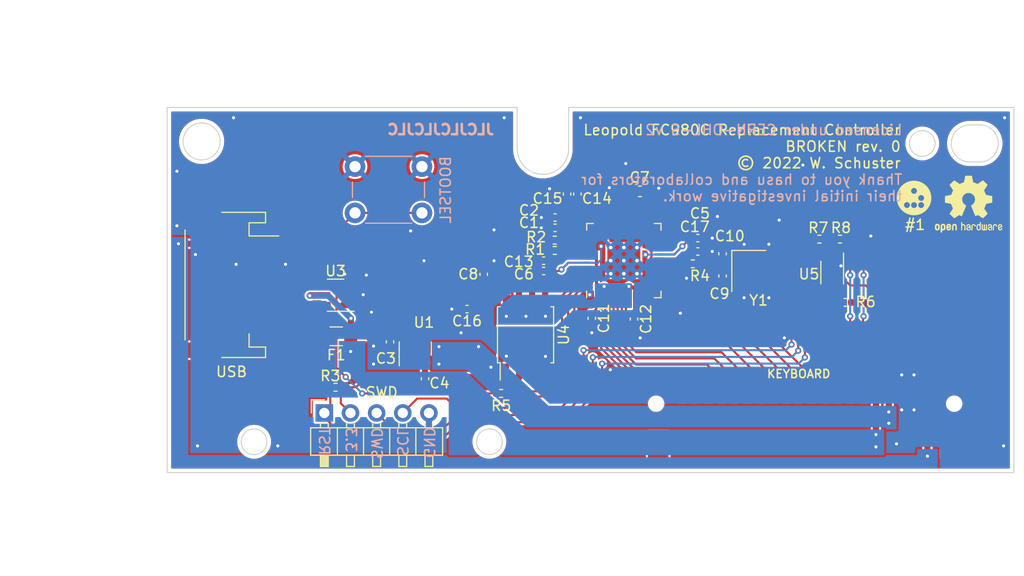
<source format=kicad_pcb>
(kicad_pcb (version 20211014) (generator pcbnew)
  (title_block (title "Leopold FC980C Replacement Controller") (rev "0 (BROKEN)") (company "Wilhelm Schuster"))
  (layers (0 "F.Cu" mixed) (31 "B.Cu" mixed) (34 "B.Paste" user) (35 "F.Paste" user) (36 "B.SilkS" user "B.Silkscreen") (37 "F.SilkS" user "F.Silkscreen") (38 "B.Mask" user) (39 "F.Mask" user) (44 "Edge.Cuts" user))
  (net 0 "")
  (net 1 "+1V1")
  (net 2 "GND")
  (net 3 "+3.3V")
  (net 4 "+5V")
  (net 5 "XTAL_IN")
  (net 6 "/XTAL_O")
  (net 7 "VBUS")
  (net 8 "~{RESET}")
  (net 9 "SWD")
  (net 10 "SWCLK")
  (net 11 "D_USB_P")
  (net 12 "D_USB_N")
  (net 13 "FG")
  (net 14 "KEY_HYS")
  (net 15 "KEY_STATE")
  (net 16 "I2C_SCL")
  (net 17 "I2C_SDA")
  (net 18 "COL_BIT3")
  (net 19 "COL_BIT2")
  (net 20 "COL_BIT1")
  (net 21 "COL_BIT0")
  (net 22 "ROW_BIT2")
  (net 23 "ROW_BIT1")
  (net 24 "ROW_BIT0")
  (net 25 "KEY_ENABLE")
  (net 26 "LED_NUM")
  (net 27 "LED_CAPS")
  (net 28 "LED_SCRL")
  (net 29 "D_P")
  (net 30 "/D_+")
  (net 31 "D_N")
  (net 32 "/D_-")
  (net 33 "XTAL_OUT")
  (net 34 "/BOOTSEL")
  (net 35 "CS")
  (net 51 "SD3")
  (net 52 "QSPI_CLK")
  (net 53 "SD0")
  (net 54 "SD2")
  (net 55 "SD1")
  (net 56 "I2C_SDA_MCU")
  (net 57 "I2C_SCL_MCU")
  (net 58 "/VREF2_PCA9306")
  (footprint "Symbol:OSHW-Logo2_7.3x6mm_SilkScreen" (layer "F.Cu") (at 152.6 44.9)
    (fp_text reference "LOGO1" hide)
    (fp_text value "Logo_Open_Hardware_Small" hide)
  )
  (footprint "Capacitor_SMD:C_0402_1005Metric" (layer "F.Cu") (at 105.5 51.72 90)
    (fp_text reference "C8")
    (fp_text value "100nF")
  )
  (footprint "Capacitor_SMD:C_0402_1005Metric" (layer "F.Cu") (at 128.7 51.88 -90)
    (fp_text reference "C9")
    (fp_text value "27pF")
  )
  (footprint "Capacitor_SMD:C_0402_1005Metric" (layer "F.Cu") (at 99.8 61.87 -90)
    (fp_text reference "C4")
    (fp_text value "1uF")
  )
  (footprint "Crystal:Crystal_SMD_3225-4Pin_3.2x2.5mm" (layer "F.Cu") (at 131.25 51.4 -90)
    (fp_text reference "Y1")
    (fp_text value "12MHz")
  )
  (footprint "Capacitor_SMD:C_0402_1005Metric" (layer "F.Cu") (at 111.32 50.4 180)
    (fp_text reference "C13")
    (fp_text value "100nF")
  )
  (footprint "Package_TO_SOT_SMD:SOT-23" (layer "F.Cu") (at 98.85 58.9375 90)
    (fp_text reference "U1")
    (fp_text value "XC6206P332MR")
  )
  (footprint "Fuse:Fuse_1206_3216Metric" (layer "F.Cu") (at 91.175 57.75 180)
    (fp_text reference "F1")
    (fp_text value "500mA")
  )
  (footprint "Capacitor_SMD:C_0402_1005Metric" (layer "F.Cu") (at 126.3 48.2)
    (fp_text reference "C5")
    (fp_text value "100nF")
  )
  (footprint "Capacitor_SMD:C_0402_1005Metric" (layer "F.Cu") (at 112.4325 47.2 180)
    (fp_text reference "C1")
    (fp_text value "1uF")
  )
  (footprint "Resistor_SMD:R_0402_1005Metric" (layer "F.Cu") (at 140.66 54.45 180)
    (fp_text reference "R6")
    (fp_text value "200k")
  )
  (footprint "Resistor_SMD:R_0402_1005Metric" (layer "F.Cu") (at 112.4025 49.4)
    (fp_text reference "R1")
    (fp_text value "27R")
  )
  (footprint "Capacitor_SMD:C_0402_1005Metric" (layer "F.Cu") (at 120.1 56.0675 -90)
    (fp_text reference "C12")
    (fp_text value "100nF")
  )
  (footprint "Resistor_SMD:R_0402_1005Metric" (layer "F.Cu") (at 138.11 48.3)
    (fp_text reference "R7")
    (fp_text value "10k")
  )
  (footprint "Capacitor_SMD:C_0603_1608Metric" (layer "F.Cu") (at 120.675 43.65)
    (fp_text reference "C7")
    (fp_text value "10uF")
  )
  (footprint "Capacitor_SMD:C_0402_1005Metric" (layer "F.Cu") (at 114.6 43.92 90)
    (fp_text reference "C14")
    (fp_text value "100nF")
  )
  (footprint "Capacitor_SMD:C_0402_1005Metric" (layer "F.Cu") (at 96.4 58.28 -90)
    (fp_text reference "C3")
    (fp_text value "1uF")
  )
  (footprint "Resistor_SMD:R_0402_1005Metric" (layer "F.Cu") (at 112.4025 48.4)
    (fp_text reference "R2")
    (fp_text value "27R")
  )
  (footprint "Capacitor_SMD:C_0402_1005Metric" (layer "F.Cu") (at 128.7 49.72 90)
    (fp_text reference "C10")
    (fp_text value "27pF")
  )
  (footprint "Capacitor_SMD:C_0402_1005Metric" (layer "F.Cu") (at 103.88 55.1 180)
    (fp_text reference "C16")
    (fp_text value "100nF")
  )
  (footprint "Package_TO_SOT_SMD:SOT-23-6" (layer "F.Cu") (at 91.1125 53.75 180)
    (fp_text reference "U3")
    (fp_text value "USBLC6-2SC6")
  )
  (footprint "Resistor_SMD:R_0402_1005Metric" (layer "F.Cu") (at 140.11 48.3 180)
    (fp_text reference "R8")
    (fp_text value "10k")
  )
  (footprint "Capacitor_SMD:C_0402_1005Metric" (layer "F.Cu") (at 116 56 -90)
    (fp_text reference "C11")
    (fp_text value "100nF")
  )
  (footprint "Package_SO:SOIC-8_5.23x5.23mm_P1.27mm" (layer "F.Cu") (at 109.565 57.6 90)
    (fp_text reference "U4")
    (fp_text value "W25Q128JVS")
  )
  (footprint "Capacitor_SMD:C_0402_1005Metric" (layer "F.Cu") (at 112.4325 46.2 180)
    (fp_text reference "C2")
    (fp_text value "1uF")
  )
  (footprint "Capacitor_SMD:C_0402_1005Metric" (layer "F.Cu") (at 111.32 51.4 180)
    (fp_text reference "C6")
    (fp_text value "100nF")
  )
  (footprint "sleep-lib:RP2040-QFN-56" (layer "F.Cu") (at 119.1125 50.3875 90)
    (fp_text reference "U2")
    (fp_text value "RP2040")
  )
  (footprint "Connector_PinHeader_2.54mm:PinHeader_1x05_P2.54mm_Horizontal" (layer "F.Cu") (at 90.02 73.4 90)
    (fp_text reference "J1" hide)
    (fp_text value "SWD")
  )
  (footprint "Resistor_SMD:R_0402_1005Metric" (layer "F.Cu") (at 107.19 63.3)
    (fp_text reference "R5")
    (fp_text value "1k")
  )
  (footprint "Connector_JST:JST_PH_S5B-PH-SM4-TB_1x05-1MP_P2.00mm_Horizontal" (layer "F.Cu") (at 81 52.75 -90)
    (fp_text reference "J2")
    (fp_text value "USB")
  )
  (footprint "Package_SO:VSSOP-8_2.3x2mm_P0.5mm" (layer "F.Cu") (at 139.35 51.55 -90)
    (fp_text reference "U5")
    (fp_text value "PCA9306DC")
  )
  (footprint "Resistor_SMD:R_0402_1005Metric" (layer "F.Cu") (at 91.11 62.7 180)
    (fp_text reference "R3")
    (fp_text value "1k")
  )
  (footprint "additional:HRS_DF14_20P" (layer "F.Cu") (at 136.1 66.7 180)
    (fp_text reference "J3")
    (fp_text value "KEYBOARD")
  )
  (footprint "Resistor_SMD:R_0402_1005Metric" (layer "F.Cu") (at 125.81 50.7 180)
    (fp_text reference "R4")
    (fp_text value "1k")
  )
  (footprint "additional:logo" (layer "F.Cu") (at 147.3 44.3)
    (fp_text reference "G***" hide)
    (fp_text value "LOGO" hide)
  )
  (footprint "Capacitor_SMD:C_0402_1005Metric" (layer "F.Cu") (at 126.3 49.5)
    (fp_text reference "C17")
    (fp_text value "100nF")
  )
  (footprint "Capacitor_SMD:C_0402_1005Metric" (layer "F.Cu") (at 113.6 43.92 90)
    (fp_text reference "C15")
    (fp_text value "100nF")
  )
  (footprint "Button_Switch_THT:SW_PUSH_6mm" (layer "B.Cu") (at 99.5 41.25 180)
    (fp_text reference "SW1")
    (fp_text value "BOOTSEL")
  )
  (gr_circle (center 106.05 68) (end 107.3 68) (layer "Edge.Cuts") (width 0.1) (fill none))
  (gr_line (start 108.75 35.5) (end 74.75 35.5) (layer "Edge.Cuts") (width 0.1))
  (gr_circle (center 78.1 38.8) (end 79.9 38.8) (layer "Edge.Cuts") (width 0.1) (fill none))
  (gr_line (start 108.75 35.5) (end 108.75 39.5) (layer "Edge.Cuts") (width 0.1))
  (gr_line (start 74.75 71) (end 157 71) (layer "Edge.Cuts") (width 0.1))
  (gr_circle (center 83.2 68) (end 84.45 68) (layer "Edge.Cuts") (width 0.1) (fill none))
  (gr_line (start 153.7 40.8) (end 152.7 40.8) (layer "Edge.Cuts") (width 0.1))
  (gr_line (start 74.75 35.5) (end 74.75 71) (layer "Edge.Cuts") (width 0.1))
  (gr_line (start 152.7 37.2) (end 153.7 37.2) (layer "Edge.Cuts") (width 0.1))
  (gr_arc (start 152.7 40.8) (mid 150.9 39) (end 152.7 37.2) (layer "Edge.Cuts") (width 0.1))
  (gr_circle (center 148.1 39) (end 149.35 39) (layer "Edge.Cuts") (width 0.1) (fill none))
  (gr_arc (start 153.7 37.2) (mid 155.5 39) (end 153.7 40.8) (layer "Edge.Cuts") (width 0.1))
  (gr_line (start 113.75 35.5) (end 157 35.5) (layer "Edge.Cuts") (width 0.1))
  (gr_line (start 113.75 39.5) (end 113.75 35.5) (layer "Edge.Cuts") (width 0.1))
  (gr_arc (start 113.75 39.5) (mid 111.25 42) (end 108.75 39.5) (layer "Edge.Cuts") (width 0.1))
  (gr_line (start 157 71) (end 157 35.5) (layer "Edge.Cuts") (width 0.1))
  (gr_text "Licensed under CERN-OHL-S v2\n\n\nThank you to hasu and collaborators for\ntheir initial investigative work." (at 146.25 40.9) (layer "B.SilkS") (effects (font (size 1 1)) (justify left mirror)))
  (gr_text "3.3\n" (at 92.6 66.5 270) (layer "B.SilkS") (effects (font (size 1 1)) (justify right mirror)))
  (gr_text "SCL" (at 97.6 66.5 270) (layer "B.SilkS") (effects (font (size 1 1)) (justify right mirror)))
  (gr_text "RST\n" (at 90 66.5 270) (layer "B.SilkS") (effects (font (size 1 1)) (justify right mirror)))
  (gr_text "SWD" (at 95.1 66.5 270) (layer "B.SilkS") (effects (font (size 1 1)) (justify right mirror)))
  (gr_text "JLCJLCJLCJLC" (at 101.325 37.65) (layer "B.SilkS") (effects (font (size 1 1) (thickness 0.25)) (justify mirror)))
  (gr_text "GND" (at 100.2 66.45 270) (layer "B.SilkS") (effects (font (size 1 1)) (justify right mirror)))
  (gr_text "#1" (at 147.4 46.9) (layer "F.SilkS") (effects (font (size 1 1))))
  (gr_text "Leopold FC980C Replacement Controller\nBROKEN rev. 0\n© 2022 W. Schuster" (at 146.1 39.3) (layer "F.SilkS") (effects (font (size 1 1)) (justify right)))
  (segment (start 115.675 48.5875) (end 114.7875 48.5875) (width 0.2) (layer "F.Cu") (net 1))
  (segment (start 122.55 49.7875) (end 124.0125 49.7875) (width 0.2) (layer "F.Cu") (net 1))
  (segment (start 124.0125 49.7875) (end 124.8 49) (width 0.2) (layer "F.Cu") (net 1))
  (segment (start 125.82 48.2) (end 125.6 48.2) (width 0.2) (layer "F.Cu") (net 1))
  (segment (start 114.7875 48.5875) (end 113.4 47.2) (width 0.2) (layer "F.Cu") (net 1))
  (segment (start 116.2875 48.5875) (end 116.4 48.7) (width 0.2) (layer "F.Cu") (net 1))
  (segment (start 115.675 48.5875) (end 116.2875 48.5875) (width 0.2) (layer "F.Cu") (net 1))
  (segment (start 113.719608 50.5875) (end 115.675 50.5875) (width 0.2) (layer "F.Cu") (net 1))
  (segment (start 113.053554 51.253554) (end 112.907108 51.4) (width 0.2) (layer "F.Cu") (net 1))
  (segment (start 112.907108 51.4) (end 111.8 51.4) (width 0.2) (layer "F.Cu") (net 1))
  (segment (start 125.6 48.2) (end 124.8 49) (width 0.2) (layer "F.Cu") (net 1))
  (segment (start 113.053554 51.253554) (end 113.719608 50.5875) (width 0.2) (layer "F.Cu") (net 1))
  (segment (start 113.4 47.2) (end 112.9125 47.2) (width 0.2) (layer "F.Cu") (net 1))
  (via (at 113.053554 51.253554) (size 0.6) (drill 0.3) (layers "F.Cu" "B.Cu") (net 1))
  (via (at 116.9 49) (size 0.6) (drill 0.3) (layers "F.Cu" "B.Cu") (net 1))
  (via (at 121.212 49.8) (size 0.6) (drill 0.3) (layers "F.Cu" "B.Cu") (net 1))
  (via (at 124.8 49) (size 0.6) (drill 0.3) (layers "F.Cu" "B.Cu") (net 1))
  (segment (start 113.707108 50.6) (end 116.6 50.6) (width 0.2) (layer "B.Cu") (net 1))
  (segment (start 116.6 50.6) (end 116.9 50.3) (width 0.2) (layer "B.Cu") (net 1))
  (segment (start 116.9 50.3) (end 116.9 49) (width 0.2) (layer "B.Cu") (net 1))
  (segment (start 121.212 49.8) (end 124 49.8) (width 0.2) (layer "B.Cu") (net 1))
  (segment (start 124 49.8) (end 124.8 49) (width 0.2) (layer "B.Cu") (net 1))
  (segment (start 113.053554 51.253554) (end 113.707108 50.6) (width 0.2) (layer "B.Cu") (net 1))
  (segment (start 122.2 43.65) (end 122.5 43.35) (width 0.6) (layer "F.Cu") (net 2))
  (segment (start 93.75 53.75) (end 93.8 53.7) (width 0.6) (layer "F.Cu") (net 2))
  (segment (start 147.35 63.2) (end 147.35 64.85) (width 0.6) (layer "F.Cu") (net 2))
  (segment (start 81.45 50.75) (end 83.85 50.75) (width 0.6) (layer "F.Cu") (net 2))
  (segment (start 111.47 61.2) (end 111.47 59.73) (width 0.6) (layer "F.Cu") (net 2))
  (segment (start 122.55 51.3875) (end 123.9875 51.3875) (width 0.2) (layer "F.Cu") (net 2))
  (segment (start 140.2 50.9) (end 140.1 50.8) (width 0.2) (layer "F.Cu") (net 2))
  (segment (start 140.1 50.8) (end 140.1 50) (width 0.2) (layer "F.Cu") (net 2))
  (segment (start 124.6 52) (end 124.7 52.1) (width 0.2) (layer "F.Cu") (net 2))
  (segment (start 92.25 53.75) (end 93.75 53.75) (width 0.6) (layer "F.Cu") (net 2))
  (segment (start 86.25 50.75) (end 83.85 50.75) (width 0.6) (layer "F.Cu") (net 2))
  (segment (start 120.7 57.9) (end 120.1 57.3) (width 0.6) (layer "F.Cu") (net 2))
  (segment (start 147.35 64.85) (end 147.3 64.9) (width 0.6) (layer "F.Cu") (net 2))
  (segment (start 111.47 59.73) (end 111.5 59.7) (width 0.6) (layer "F.Cu") (net 2))
  (segment (start 124.7 52.1) (end 125.2 52.1) (width 0.2) (layer "F.Cu") (net 2))
  (segment (start 146.1 63.25) (end 146.1 61.5) (width 0.6) (layer "F.Cu") (net 2))
  (segment (start 147.35 61.55) (end 147.3 61.5) (width 0.6) (layer "F.Cu") (net 2))
  (segment (start 121.45 43.65) (end 122.2 43.65) (width 0.6) (layer "F.Cu") (net 2))
  (segment (start 147.35 63.25) (end 147.35 61.55) (width 0.6) (layer "F.Cu") (net 2))
  (segment (start 126.78 48.2) (end 127.7 48.2) (width 0.2) (layer "F.Cu") (net 2))
  (segment (start 116 56.48) (end 116 57.4) (width 0.6) (layer "F.Cu") (net 2))
  (segment (start 111.9525 46.2) (end 111.1 46.2) (width 0.2) (layer "F.Cu") (net 2))
  (segment (start 120.1 57.3) (end 120.1 56.5475) (width 0.6) (layer "F.Cu") (net 2))
  (segment (start 146.1 63.2) (end 146.1 64.9) (width 0.6) (layer "F.Cu") (net 2))
  (segment (start 123.9875 51.3875) (end 124.6 52) (width 0.2) (layer "F.Cu") (net 2))
  (segment (start 111.9525 47.2) (end 111.1 47.2) (width 0.2) (layer "F.Cu") (net 2))
  (via (at 146.1 64.9) (size 0.6) (drill 0.3) (layers "F.Cu" "B.Cu") (net 2))
  (via (at 114.9 36.5) (size 0.6) (drill 0.3) (layers "F.Cu" "B.Cu") (net 2))
  (via (at 146.1 61.5) (size 0.6) (drill 0.3) (layers "F.Cu" "B.Cu") (net 2))
  (via (at 133.2 48.8) (size 0.6) (drill 0.3) (layers "F.Cu" "B.Cu") (net 2))
  (via (at 75.7 47) (size 0.6) (drill 0.3) (layers "F.Cu" "B.Cu") (net 2))
  (via (at 94.8 58.7) (size 0.6) (drill 0.3) (layers "F.Cu" "B.Cu") (net 2))
  (via (at 106.5 47.4) (size 0.6) (drill 0.3) (layers "F.Cu" "B.Cu") (net 2))
  (via (at 77.7 68.4) (size 0.6) (drill 0.3) (layers "F.Cu" "B.Cu") (net 2))
  (via (at 145.6 68.2) (size 0.6) (drill 0.3) (layers "F.Cu" "B.Cu") (net 2))
  (via (at 111.9 43.4) (size 0.6) (drill 0.3) (layers "F.Cu" "B.Cu") (net 2))
  (via (at 156.1 36.5) (size 0.6) (drill 0.3) (layers "F.Cu" "B.Cu") (net 2))
  (via (at 99.7 50.4) (size 0.6) (drill 0.3) (layers "F.Cu" "B.Cu") (net 2))
  (via (at 125.2 52.1) (size 0.6) (drill 0.3) (layers "F.Cu" "B.Cu") (net 2))
  (via (at 94.6 55.4) (size 0.6) (drill 0.3) (layers "F.Cu" "B.Cu") (net 2))
  (via (at 75.7 41.7) (size 0.6) (drill 0.3) (layers "F.Cu" "B.Cu") (net 2))
  (via (at 77.5 49.8) (size 0.6) (drill 0.3) (layers "F.Cu" "B.Cu") (net 2))
  (via (at 81.2 36.5) (size 0.6) (drill 0.3) (layers "F.Cu" "B.Cu") (net 2))
  (via (at 143.1 48) (size 0.6) (drill 0.3) (layers "F.Cu" "B.Cu") (net 2))
  (via (at 136.5 41.1) (size 0.6) (drill 0.3) (layers "F.Cu" "B.Cu") (net 2))
  (via (at 85.5 68.4) (size 0.6) (drill 0.3) (layers "F.Cu" "B.Cu") (net 2))
  (via (at 124.6 55.5) (size 0.6) (drill 0.3) (layers "F.Cu" "B.Cu") (net 2))
  (via (at 134.7 57.9) (size 0.6) (drill 0.3) (layers "F.Cu" "B.Cu") (net 2))
  (via (at 133.2 54) (size 0.6) (drill 0.3) (layers "F.Cu" "B.Cu") (net 2))
  (via (at 115.8 53.7) (size 0.6) (drill 0.3) (layers "F.Cu" "B.Cu") (net 2))
  (via (at 92 51.7) (size 0.6) (drill 0.3) (layers "F.Cu" "B.Cu") (net 2))
  (via (at 140.2 50.9) (size 0.6) (drill 0.3) (layers "F.Cu" "B.Cu") (net 2))
  (via (at 147.3 61.5) (size 0.6) (drill 0.3) (layers "F.Cu" "B.Cu") (net 2))
  (via (at 119.3 40.95) (size 0.6) (drill 0.3) (layers "F.Cu" "B.Cu") (net 2))
  (via (at 102.4 55.1) (size 0.6) (drill 0.3) (layers "F.Cu" "B.Cu") (net 2))
  (via (at 94.8 60.45) (size 0.6) (drill 0.3) (layers "F.Cu" "B.Cu") (net 2))
  (via (at 120.7 57.9) (size 0.6) (drill 0.3) (layers "F.Cu" "B.Cu") (net 2))
  (via (at 130.8 54) (size 0.6) (drill 0.3) (layers "F.Cu" "B.Cu") (net 2))
  (via (at 81.45 50.75) (size 0.7) (drill 0.3) (layers "F.Cu" "B.Cu") (net 2))
  (via (at 134.2 46.45) (size 0.6) (drill 0.3) (layers "F.Cu" "B.Cu") (net 2))
  (via (at 107.7 59.675) (size 0.6) (drill 0.3) (layers "F.Cu" "B.Cu") (net 2))
  (via (at 130.8 48.8) (size 0.6) (drill 0.3) (layers "F.Cu" "B.Cu") (net 2))
  (via (at 117.7 43.3) (size 0.6) (drill 0.3) (layers "F.Cu" "B.Cu") (net 2))
  (via (at 127.7 49.5) (size 0.6) (drill 0.3) (layers "F.Cu" "B.Cu") (net 2))
  (via (at 111.1 46.2) (size 0.6) (drill 0.3) (layers "F.Cu" "B.Cu") (net 2))
  (via (at 156 68.4) (size 0.6) (drill 0.3) (layers "F.Cu" "B.Cu") (net 2))
  (via (at 93.8 53.7) (size 0.6) (drill 0.3) (layers "F.Cu" "B.Cu") (net 2))
  (via (at 86.25 50.75) (size 0.7) (drill 0.3) (layers "F.Cu" "B.Cu") (net 2))
  (via (at 111.5 59.7) (size 0.6) (drill 0.3) (layers "F.Cu" "B.Cu") (net 2))
  (via (at 147.3 64.9) (size 0.6) (drill 0.3) (layers "F.Cu" "B.Cu") (net 2))
  (via (at 98.4 47.5) (size 0.6) (drill 0.3) (layers "F.Cu" "B.Cu") (net 2))
  (via (at 107.5 36.5) (size 0.6) (drill 0.3) (layers "F.Cu" "B.Cu") (net 2))
  (via (at 127.7 48.2) (size 0.6) (drill 0.3) (layers "F.Cu" "B.Cu") (net 2))
  (via (at 94.1 51.8) (size 0.6) (drill 0.3) (layers "F.Cu" "B.Cu") (net 2))
  (via (at 116 57.4) (size 0.6) (drill 0.3) (layers "F.Cu" "B.Cu") (net 2))
  (via (at 128.2 46.1) (size 0.6) (drill 0.3) (layers "F.Cu" "B.Cu") (net 2))
  (via (at 103.3 57.4) (size 0.6) (drill 0.3) (layers "F.Cu" "B.Cu") (net 2))
  (via (at 111.1 47.2) (size 0.6) (drill 0.3) (layers "F.Cu" "B.Cu") (net 2))
  (via (at 106.5 50.4) (size 0.6) (drill 0.3) (layers "F.Cu" "B.Cu") (net 2))
  (via (at 122.5 43.35) (size 0.6) (drill 0.3) (layers "F.Cu" "B.Cu") (net 2))
  (via (at 117.8 61) (size 0.6) (drill 0.3) (layers "F.Cu" "B.Cu") (net 2))
  (segment (start 100.18 67.38) (end 100.2 67.4) (width 0.6) (layer "B.Cu") (net 2))
  (segment (start 100.18 65.2) (end 100.18 67.38) (width 0.6) (layer "B.Cu") (net 2))
  (segment (start 124.5125 50.1875) (end 125.2 49.5) (width 0.2) (layer "F.Cu") (net 3))
  (segment (start 115.675 49.7875) (end 115.0125 49.7875) (width 0.2) (layer "F.Cu") (net 3))
  (segment (start 115.675 48.1875) (end 116.3125 48.1875) (width 0.2) (layer "F.Cu") (net 3))
  (segment (start 115.675 50.1875) (end 114.9875 50.1875) (width 0.2) (layer "F.Cu") (net 3))
  (segment (start 114.9875 50.1875) (end 114.8 50) (width 0.2) (layer "F.Cu") (net 3))
  (segment (start 144.85 65.1) (end 144.85 63.25) (width 0.6) (layer "F.Cu") (net 3))
  (segment (start 116.3875 50.1875) (end 116.4 50.2) (width 0.2) (layer "F.Cu") (net 3))
  (segment (start 116.3125 48.1875) (end 116.5 48) (width 0.2) (layer "F.Cu") (net 3))
  (segment (start 91.62 62.7) (end 93.1 62.7) (width 0.2) (layer "F.Cu") (net 3))
  (segment (start 115.675 50.1875) (end 116.3875 50.1875) (width 0.2) (layer "F.Cu") (net 3))
  (segment (start 137.6 50.15) (end 137.6 48.3) (width 0.2) (layer "F.Cu") (net 3))
  (segment (start 115.675 49.7875) (end 116.2875 49.7875) (width 0.2) (layer "F.Cu") (net 3))
  (segment (start 116.4125 47.7875) (end 116.5125 47.6875) (width 0.2) (layer "F.Cu") (net 3))
  (segment (start 116.5125 47.6875) (end 116.5125 46.95) (width 0.2) (layer "F.Cu") (net 3))
  (segment (start 116.5125 55.0075) (end 116 55.52) (width 0.2) (layer "F.Cu") (net 3))
  (segment (start 99.39 61.8) (end 99.8 61.39) (width 0.2) (layer "F.Cu") (net 3))
  (segment (start 115.0125 49.7875) (end 114.8 50) (width 0.2) (layer "F.Cu") (net 3))
  (segment (start 139.6 50) (end 139.6 51.3) (width 0.2) (layer "F.Cu") (net 3))
  (segment (start 139.3 51) (end 138.45 51) (width 0.2) (layer "F.Cu") (net 3))
  (segment (start 99.8 59.875) (end 99.8 61.39) (width 0.6) (layer "F.Cu") (net 3))
  (segment (start 91.62 64.26) (end 92.56 65.2) (width 0.2) (layer "F.Cu") (net 3))
  (segment (start 113.2 50.4) (end 111.8 50.4) (width 0.2) (layer "F.Cu") (net 3))
  (segment (start 120.1125 46.1125) (end 119.9 45.9) (width 0.2) (layer "F.Cu") (net 3))
  (segment (start 120.1125 46.95) (end 120.1125 47.8875) (width 0.2) (layer "F.Cu") (net 3))
  (segment (start 115.675 47.7875) (end 116.4125 47.7875) (width 0.2) (layer "F.Cu") (net 3))
  (segment (start 144.85 66.2) (end 144.85 65.1) (width 0.6) (layer "F.Cu") (net 3))
  (segment (start 116.2875 49.7875) (end 116.4 49.9) (width 0.2) (layer "F.Cu") (net 3))
  (segment (start 139.6 49.5) (end 140.62 48.48) (width 0.2) (layer "F.Cu") (net 3))
  (segment (start 116.5125 53.825) (end 116.5125 52.9875) (width 0.2) (layer "F.Cu") (net 3))
  (segment (start 139.6 50) (end 139.6 49.5) (width 0.2) (layer "F.Cu") (net 3))
  (segment (start 116.5125 53.825) (end 116.5125 55.0075) (width 0.2) (layer "F.Cu") (net 3))
  (segment (start 139.6 51.3) (end 139.3 51) (width 0.2) (layer "F.Cu") (net 3))
  (segment (start 125.2 49.5) (end 125.82 49.5) (width 0.2) (layer "F.Cu") (net 3))
  (segment (start 122.55 50.1875) (end 122.0125 50.1875) (width 0.2) (layer "F.Cu") (net 3))
  (segment (start 119.9 45.9) (end 119.9 43.65) (width 0.2) (layer "F.Cu") (net 3))
  (segment (start 142.6 52.8) (end 144.85 55.05) (width 0.2) (layer "F.Cu") (net 3))
  (segment (start 116.5125 52.9875) (end 116.6 52.9) (width 0.2) (layer "F.Cu") (net 3))
  (segment (start 120.1125 47.8875) (end 120.1 47.9) (width 0.2) (layer "F.Cu") (net 3))
  (segment (start 91.62 62.7) (end 91.62 64.26) (width 0.2) (layer "F.Cu") (net 3))
  (segment (start 138.45 51) (end 137.6 50.15) (width 0.2) (layer "F.Cu") (net 3))
  (segment (start 94 61.8) (end 99.39 61.8) (width 0.2) (layer "F.Cu") (net 3))
  (segment (start 93.1 62.7) (end 94 61.8) (width 0.2) (layer "F.Cu") (net 3))
  (segment (start 114.8 50) (end 113.6 50) (width 0.2) (layer "F.Cu") (net 3))
  (segment (start 141.1 52.8) (end 142.6 52.8) (width 0.2) (layer "F.Cu") (net 3))
  (segment (start 122.0125 50.1875) (end 121.8 50.4) (width 0.2) (layer "F.Cu") (net 3))
  (segment (start 120.1125 53.825) (end 120.1125 55.4) (width 0.2) (layer "F.Cu") (net 3))
  (segment (start 122.55 50.1875) (end 124.5125 50.1875) (width 0.2) (layer "F.Cu") (net 3))
  (segment (start 139.6 51.3) (end 141.1 52.8) (width 0.2) (layer "F.Cu") (net 3))
  (segment (start 120.1125 53.825) (end 120.1125 53.0125) (width 0.2) (layer "F.Cu") (net 3))
  (segment (start 140.62 48.48) (end 140.62 48.3) (width 0.2) (layer "F.Cu") (net 3))
  (segment (start 113.6 50) (end 113.2 50.4) (width 0.2) (layer "F.Cu") (net 3))
  (segment (start 120.1125 46.95) (end 120.1125 46.1125) (width 0.2) (layer "F.Cu") (net 3))
  (segment (start 144.85 55.05) (end 144.85 63.25) (width 0.2) (layer "F.Cu") (net 3))
  (via (at 107.7 55.8) (size 0.6) (drill 0.3) (layers "F.Cu" "B.Cu") (net 3))
  (via (at 144.85 65.1) (size 0.6) (drill 0.3) (layers "F.Cu" "B.Cu") (net 3))
  (via (at 105 58.75) (size 0.6) (drill 0.3) (layers "F.Cu" "B.Cu") (net 3))
  (via (at 101.15 60.45) (size 0.6) (drill 0.3) (layers "F.Cu" "B.Cu") (net 3))
  (via (at 117.199032 52.891677) (size 0.6) (drill 0.3) (layers "F.Cu" "B.Cu") (net 3))
  (via (at 119.599032 52.891677) (size 0.6) (drill 0.3) (layers "F.Cu" "B.Cu") (net 3))
  (via (at 111.5 55.8) (size 0.6) (drill 0.3) (layers "F.Cu" "B.Cu") (net 3))
  (via (at 109.6 55.8) (size 0.6) (drill 0.3) (layers "F.Cu" "B.Cu") (net 3))
  (via (at 101.15 58.75) (size 0.6) (drill 0.3) (layers "F.Cu" "B.Cu") (net 3))
  (via (at 106.2 60.75) (size 0.6) (drill 0.3) (layers "F.Cu" "B.Cu") (net 3))
  (via (at 144.85 66.2) (size 0.6) (drill 0.3) (layers "F.Cu" "B.Cu") (net 3))
  (segment (start 143.6 63.25) (end 143.6 67.3) (width 0.6) (layer "F.Cu") (net 4))
  (segment (start 92.575 57.75) (end 98.6 57.75) (width 0.6) (layer "F.Cu") (net 4))
  (segment (start 92.6 57.725) (end 92.575 57.75) (width 0.6) (layer "F.Cu") (net 4))
  (segment (start 92.575 59.225) (end 92.575 57.75) (width 0.6) (layer "F.Cu") (net 4))
  (segment (start 92.6 56) (end 92.6 57.725) (width 0.6) (layer "F.Cu") (net 4))
  (segment (start 88.65 53.75) (end 88.6 53.8) (width 0.6) (layer "F.Cu") (net 4))
  (segment (start 143.6 67.3) (end 143.6 68.5) (width 0.6) (layer "F.Cu") (net 4))
  (segment (start 98.6 57.75) (end 98.85 58) (width 0.6) (layer "F.Cu") (net 4))
  (segment (start 143.6 63.25) (end 143.6 55.5) (width 0.6) (layer "F.Cu") (net 4))
  (segment (start 89.975 53.75) (end 88.65 53.75) (width 0.6) (layer "F.Cu") (net 4))
  (segment (start 143.6 55.5) (end 142.55 54.45) (width 0.6) (layer "F.Cu") (net 4))
  (segment (start 142.55 54.45) (end 141.17 54.45) (width 0.6) (layer "F.Cu") (net 4))
  (via (at 143.6 67.3) (size 0.6) (drill 0.3) (layers "F.Cu" "B.Cu") (net 4))
  (via (at 88.6 53.8) (size 0.6) (drill 0.3) (layers "F.Cu" "B.Cu") (net 4))
  (via (at 143.6 68.5) (size 0.6) (drill 0.3) (layers "F.Cu" "B.Cu") (net 4))
  (via (at 92.575 59.225) (size 0.6) (drill 0.3) (layers "F.Cu" "B.Cu") (net 4))
  (via (at 92.6 56) (size 0.6) (drill 0.3) (layers "F.Cu" "B.Cu") (net 4))
  (segment (start 88.6 53.8) (end 90.4 53.8) (width 0.6) (layer "B.Cu") (net 4))
  (segment (start 90.4 53.8) (end 92.6 56) (width 0.6) (layer "B.Cu") (net 4))
  (segment (start 124.6 51.4) (end 128.7 51.4) (width 0.2) (layer "F.Cu") (net 5))
  (segment (start 124.1875 50.9875) (end 124.6 51.4) (width 0.2) (layer "F.Cu") (net 5))
  (segment (start 128.7 51.4) (end 131.1 51.4) (width 0.2) (layer "F.Cu") (net 5))
  (segment (start 122.55 50.9875) (end 124.1875 50.9875) (width 0.2) (layer "F.Cu") (net 5))
  (segment (start 131.1 51.4) (end 132.1 52.4) (width 0.2) (layer "F.Cu") (net 5))
  (segment (start 132.1 52.4) (end 132.1 52.5) (width 0.2) (layer "F.Cu") (net 5))
  (segment (start 130.3 50.2) (end 130.4 50.3) (width 0.2) (layer "F.Cu") (net 6))
  (segment (start 126.32 50.7) (end 127.6 50.7) (width 0.2) (layer "F.Cu") (net 6))
  (segment (start 127.6 50.7) (end 128.1 50.2) (width 0.2) (layer "F.Cu") (net 6))
  (segment (start 128.7 50.2) (end 130.3 50.2) (width 0.2) (layer "F.Cu") (net 6))
  (segment (start 128.1 50.2) (end 128.7 50.2) (width 0.2) (layer "F.Cu") (net 6))
  (segment (start 83.85 56.75) (end 88.775 56.75) (width 0.6) (layer "F.Cu") (net 7))
  (segment (start 88.775 56.75) (end 89.775 57.75) (width 0.6) (layer "F.Cu") (net 7))
  (segment (start 90.02 65.62) (end 90.02 65.2) (width 0.2) (layer "F.Cu") (net 8))
  (segment (start 136.7 59.8) (end 136.7 46.1) (width 0.2) (layer "F.Cu") (net 8))
  (segment (start 113.5 66.1) (end 103.1 66.1) (width 0.2) (layer "F.Cu") (net 8))
  (segment (start 117 60.4) (end 117 62.6) (width 0.2) (layer "F.Cu") (net 8))
  (segment (start 90.6 64.4) (end 90.6 62.7) (width 0.2) (layer "F.Cu") (net 8))
  (segment (start 101.6 67.6) (end 92 67.6) (width 0.2) (layer "F.Cu") (net 8))
  (segment (start 136.7 46.1) (end 134.7 44.1) (width 0.2) (layer "F.Cu") (net 8))
  (segment (start 103.1 66.1) (end 101.6 67.6) (width 0.2) (layer "F.Cu") (net 8))
  (segment (start 90.02 65.2) (end 90.02 64.98) (width 0.2) (layer "F.Cu") (net 8))
  (segment (start 90.02 64.98) (end 90.6 64.4) (width 0.2) (layer "F.Cu") (net 8))
  (segment (start 123.7 48) (end 123.1125 48.5875) (width 0.2) (layer "F.Cu") (net 8))
  (segment (start 125.1 44.1) (end 123.7 45.5) (width 0.2) (layer "F.Cu") (net 8))
  (segment (start 123.7 45.5) (end 123.7 48) (width 0.2) (layer "F.Cu") (net 8))
  (segment (start 134.7 44.1) (end 125.1 44.1) (width 0.2) (layer "F.Cu") (net 8))
  (segment (start 117 62.6) (end 113.5 66.1) (width 0.2) (layer "F.Cu") (net 8))
  (segment (start 92 67.6) (end 90.02 65.62) (width 0.2) (layer "F.Cu") (net 8))
  (segment (start 123.1125 48.5875) (end 122.55 48.5875) (width 0.2) (layer "F.Cu") (net 8))
  (via (at 117 60.4) (size 0.6) (drill 0.3) (layers "F.Cu" "B.Cu") (net 8))
  (via (at 136.7 59.8) (size 0.6) (drill 0.3) (layers "F.Cu" "B.Cu") (net 8))
  (segment (start 136.1 60.4) (end 117 60.4) (width 0.2) (layer "B.Cu") (net 8))
  (segment (start 136.7 59.8) (end 136.1 60.4) (width 0.2) (layer "B.Cu") (net 8))
  (segment (start 134.35 44.7) (end 125.2 44.7) (width 0.2) (layer "F.Cu") (net 9))
  (segment (start 123.3125 48.9875) (end 122.55 48.9875) (width 0.2) (layer "F.Cu") (net 9))
  (segment (start 136.05 59.15) (end 136.0505 59.1495) (width 0.2) (layer "F.Cu") (net 9))
  (segment (start 124.3 48) (end 123.3125 48.9875) (width 0.2) (layer "F.Cu") (net 9))
  (segment (start 96.8 66.9) (end 95.1 65.2) (width 0.2) (layer "F.Cu") (net 9))
  (segment (start 113.25 65.4) (end 102.9 65.4) (width 0.2) (layer "F.Cu") (net 9))
  (segment (start 101.4 66.9) (end 96.8 66.9) (width 0.2) (layer "F.Cu") (net 9))
  (segment (start 124.3 45.6) (end 124.3 48) (width 0.2) (layer "F.Cu") (net 9))
  (segment (start 102.9 65.4) (end 101.4 66.9) (width 0.2) (layer "F.Cu") (net 9))
  (segment (start 136.0505 59.1495) (end 136.0505 46.4005) (width 0.2) (layer "F.Cu") (net 9))
  (segment (start 125.2 44.7) (end 124.3 45.6) (width 0.2) (layer "F.Cu") (net 9))
  (segment (start 116.1 62.55) (end 113.25 65.4) (width 0.2) (layer "F.Cu") (net 9))
  (segment (start 116.1 59.8) (end 116.1 62.55) (width 0.2) (layer "F.Cu") (net 9))
  (segment (start 136.0505 46.4005) (end 134.35 44.7) (width 0.2) (layer "F.Cu") (net 9))
  (via (at 116.1 59.8) (size 0.6) (drill 0.3) (layers "F.Cu" "B.Cu") (net 9))
  (via (at 136.05 59.15) (size 0.6) (drill 0.3) (layers "F.Cu" "B.Cu") (net 9))
  (segment (start 116.15 59.75) (end 135.45 59.75) (width 0.2) (layer "B.Cu") (net 9))
  (segment (start 135.45 59.75) (end 136.05 59.15) (width 0.2) (layer "B.Cu") (net 9))
  (segment (start 116.1 59.8) (end 116.15 59.75) (width 0.2) (layer "B.Cu") (net 9))
  (segment (start 124.9 48) (end 123.5125 49.3875) (width 0.2) (layer "F.Cu") (net 10))
  (segment (start 125.3 45.3) (end 124.9 45.7) (width 0.2) (layer "F.Cu") (net 10))
  (segment (start 135.4 58.55) (end 135.4 46.7) (width 0.2) (layer "F.Cu") (net 10))
  (segment (start 113 64.7) (end 102.8 64.7) (width 0.2) (layer "F.Cu") (net 10))
  (segment (start 115.2 59.1) (end 115.2 62.5) (width 0.2) (layer "F.Cu") (net 10))
  (segment (start 135.4 46.7) (end 134 45.3) (width 0.2) (layer "F.Cu") (net 10))
  (segment (start 123.5125 49.3875) (end 122.55 49.3875) (width 0.2) (layer "F.Cu") (net 10))
  (segment (start 102.8 64.7) (end 101.9 63.8) (width 0.2) (layer "F.Cu") (net 10))
  (segment (start 134 45.3) (end 125.3 45.3) (width 0.2) (layer "F.Cu") (net 10))
  (segment (start 99.04 63.8) (end 97.64 65.2) (width 0.2) (layer "F.Cu") (net 10))
  (segment (start 124.9 45.7) (end 124.9 48) (width 0.2) (layer "F.Cu") (net 10))
  (segment (start 115.2 62.5) (end 113 64.7) (width 0.2) (layer "F.Cu") (net 10))
  (segment (start 101.9 63.8) (end 99.04 63.8) (width 0.2) (layer "F.Cu") (net 10))
  (via (at 115.2 59.1) (size 0.6) (drill 0.3) (layers "F.Cu" "B.Cu") (net 10))
  (via (at 135.4 58.55) (size 0.6) (drill 0.3) (layers "F.Cu" "B.Cu") (net 10))
  (segment (start 134.85 59.1) (end 115.2 59.1) (width 0.2) (layer "B.Cu") (net 10))
  (segment (start 135.4 58.55) (end 134.85 59.1) (width 0.2) (layer "B.Cu") (net 10))
  (segment (start 88.330761 54.45) (end 88.869239 54.45) (width 0.2) (layer "F.Cu") (net 11))
  (segment (start 83.85 54.75) (end 84.624999 53.975001) (width 0.2) (layer "F.Cu") (net 11))
  (segment (start 87.855762 53.975001) (end 88.330761 54.45) (width 0.2) (layer "F.Cu") (net 11))
  (segment (start 88.869239 54.45) (end 88.969239 54.35) (width 0.2) (layer "F.Cu") (net 11))
  (segment (start 84.624999 53.975001) (end 87.855762 53.975001) (width 0.2) (layer "F.Cu") (net 11))
  (segment (start 88.969239 54.35) (end 89.625 54.35) (width 0.2) (layer "F.Cu") (net 11))
  (segment (start 89.625 54.35) (end 89.975 54.7) (width 0.2) (layer "F.Cu") (net 11))
  (segment (start 83.85 52.75) (end 84.624999 53.524999) (width 0.2) (layer "F.Cu") (net 12))
  (segment (start 88.330761 53.15) (end 89.625 53.15) (width 0.2) (layer "F.Cu") (net 12))
  (segment (start 87.955762 53.524999) (end 88.330761 53.15) (width 0.2) (layer "F.Cu") (net 12))
  (segment (start 84.624999 53.524999) (end 87.955762 53.524999) (width 0.2) (layer "F.Cu") (net 12))
  (segment (start 89.625 53.15) (end 89.975 52.8) (width 0.2) (layer "F.Cu") (net 12))
  (segment (start 148.6 63.25) (end 148.6 69.4) (width 0.6) (layer "F.Cu") (net 13))
  (segment (start 75.85 48.75) (end 83.85 48.75) (width 0.6) (layer "F.Cu") (net 13))
  (via (at 148.6 69.4) (size 0.6) (drill 0.3) (layers "F.Cu" "B.Cu") (net 13))
  (via (at 75.85 48.75) (size 0.6) (drill 0.3) (layers "F.Cu" "B.Cu") (net 13))
  (segment (start 136.025 41.7) (end 142.4 48.075) (width 0.2) (layer "F.Cu") (net 14))
  (segment (start 142.35 55.85) (end 142.4 55.8) (width 0.2) (layer "F.Cu") (net 14))
  (segment (start 118.5125 42.4875) (end 119.3 41.7) (width 0.2) (layer "F.Cu") (net 14))
  (segment (start 142.4 48.075) (end 142.4 51.8) (width 0.2) (layer "F.Cu") (net 14))
  (segment (start 119.3 41.7) (end 136.025 41.7) (width 0.2) (layer "F.Cu") (net 14))
  (segment (start 118.5125 46.95) (end 118.5125 42.4875) (width 0.2) (layer "F.Cu") (net 14))
  (segment (start 142.35 63.25) (end 142.35 55.85) (width 0.2) (layer "F.Cu") (net 14))
  (via (at 142.4 55.8) (size 0.6) (drill 0.3) (layers "F.Cu" "B.Cu") (net 14))
  (via (at 142.4 51.8) (size 0.6) (drill 0.3) (layers "F.Cu" "B.Cu") (net 14))
  (segment (start 142.4 55.8) (end 142.4 51.8) (width 0.2) (layer "B.Cu") (net 14))
  (segment (start 118.9125 42.9375) (end 119.55 42.3) (width 0.2) (layer "F.Cu") (net 15))
  (segment (start 118.9125 46.95) (end 118.9125 42.9375) (width 0.2) (layer "F.Cu") (net 15))
  (segment (start 119.55 42.3) (end 135.7 42.3) (width 0.2) (layer "F.Cu") (net 15))
  (segment (start 141.1 49.3) (end 141.1 51.8) (width 0.2) (layer "F.Cu") (net 15))
  (segment (start 141.3 49.1) (end 141.1 49.3) (width 0.2) (layer "F.Cu") (net 15))
  (segment (start 135.7 42.3) (end 141.3 47.9) (width 0.2) (layer "F.Cu") (net 15))
  (segment (start 141.1 63.25) (end 141.1 55.8) (width 0.2) (layer "F.Cu") (net 15))
  (segment (start 141.3 47.9) (end 141.3 49.1) (width 0.2) (layer "F.Cu") (net 15))
  (via (at 141.1 51.8) (size 0.6) (drill 0.3) (layers "F.Cu" "B.Cu") (net 15))
  (via (at 141.1 55.8) (size 0.6) (drill 0.3) (layers "F.Cu" "B.Cu") (net 15))
  (segment (start 141.1 55.8) (end 141.1 51.8) (width 0.2) (layer "B.Cu") (net 15))
  (segment (start 139.85 55.25) (end 139.1 54.5) (width 0.2) (layer "F.Cu") (net 16))
  (segment (start 139.1 54.5) (end 139.1 53.1) (width 0.2) (layer "F.Cu") (net 16))
  (segment (start 139.85 63.25) (end 139.85 55.25) (width 0.2) (layer "F.Cu") (net 16))
  (segment (start 138.6 53.1) (end 138.6 63.25) (width 0.2) (layer "F.Cu") (net 17))
  (segment (start 123.8 53.5) (end 123.8 55.9) (width 0.2) (layer "F.Cu") (net 18))
  (segment (start 123.8 55.9) (end 124.2 56.3) (width 0.2) (layer "F.Cu") (net 18))
  (segment (start 132 56.3) (end 137.35 61.65) (width 0.2) (layer "F.Cu") (net 18))
  (segment (start 123.2875 52.9875) (end 123.8 53.5) (width 0.2) (layer "F.Cu") (net 18))
  (segment (start 122.55 52.9875) (end 123.2875 52.9875) (width 0.2) (layer "F.Cu") (net 18))
  (segment (start 124.2 56.3) (end 132 56.3) (width 0.2) (layer "F.Cu") (net 18))
  (segment (start 137.35 61.65) (end 137.35 63.25) (width 0.2) (layer "F.Cu") (net 18))
  (segment (start 121.7125 56.6125) (end 122 56.9) (width 0.2) (layer "F.Cu") (net 19))
  (segment (start 121.7125 53.825) (end 121.7125 56.6125) (width 0.2) (layer "F.Cu") (net 19))
  (segment (start 136.1 61.6) (end 136.1 63.25) (width 0.2) (layer "F.Cu") (net 19))
  (segment (start 122 56.9) (end 131.4 56.9) (width 0.2) (layer "F.Cu") (net 19))
  (segment (start 131.4 56.9) (end 136.1 61.6) (width 0.2) (layer "F.Cu") (net 19))
  (segment (start 134.85 61.65) (end 134.85 63.25) (width 0.2) (layer "F.Cu") (net 20))
  (segment (start 122 57.5) (end 130.7 57.5) (width 0.2) (layer "F.Cu") (net 20))
  (segment (start 130.7 57.5) (end 134.85 61.65) (width 0.2) (layer "F.Cu") (net 20))
  (segment (start 121.3125 53.825) (end 121.3125 56.8125) (width 0.2) (layer "F.Cu") (net 20))
  (segment (start 121.3125 56.8125) (end 122 57.5) (width 0.2) (layer "F.Cu") (net 20))
  (segment (start 130 58.1) (end 133.6 61.7) (width 0.2) (layer "F.Cu") (net 21))
  (segment (start 120.9125 57.1125) (end 121.9 58.1) (width 0.2) (layer "F.Cu") (net 21))
  (segment (start 133.6 61.7) (end 133.6 63.25) (width 0.2) (layer "F.Cu") (net 21))
  (segment (start 120.9125 53.825) (end 120.9125 57.1125) (width 0.2) (layer "F.Cu") (net 21))
  (segment (start 121.9 58.1) (end 130 58.1) (width 0.2) (layer "F.Cu") (net 21))
  (segment (start 119.3125 53.825) (end 119.3125 57.647521) (width 0.2) (layer "F.Cu") (net 22))
  (segment (start 119.3125 57.647521) (end 120.364979 58.7) (width 0.2) (layer "F.Cu") (net 22))
  (segment (start 129.3 58.7) (end 132.35 61.75) (width 0.2) (layer "F.Cu") (net 22))
  (segment (start 132.35 61.75) (end 132.35 63.25) (width 0.2) (layer "F.Cu") (net 22))
  (segment (start 120.364979 58.7) (end 129.3 58.7) (width 0.2) (layer "F.Cu") (net 22))
  (segment (start 131.1 61.8) (end 131.1 63.25) (width 0.2) (layer "F.Cu") (net 23))
  (segment (start 120.332843 59.3) (end 128.6 59.3) (width 0.2) (layer "F.Cu") (net 23))
  (segment (start 118.9125 53.825) (end 118.9125 57.879657) (width 0.2) (layer "F.Cu") (net 23))
  (segment (start 118.9125 57.879657) (end 120.332843 59.3) (width 0.2) (layer "F.Cu") (net 23))
  (segment (start 128.6 59.3) (end 131.1 61.8) (width 0.2) (layer "F.Cu") (net 23))
  (segment (start 118.5125 58.1125) (end 120.3 59.9) (width 0.2) (layer "F.Cu") (net 24))
  (segment (start 120.3 59.9) (end 127.9 59.9) (width 0.2) (layer "F.Cu") (net 24))
  (segment (start 129.85 61.85) (end 129.85 63.25) (width 0.2) (layer "F.Cu") (net 24))
  (segment (start 127.9 59.9) (end 129.85 61.85) (width 0.2) (layer "F.Cu") (net 24))
  (segment (start 118.5125 53.825) (end 118.5125 58.1125) (width 0.2) (layer "F.Cu") (net 24))
  (segment (start 120.3 60.5) (end 127.2 60.5) (width 0.2) (layer "F.Cu") (net 25))
  (segment (start 118.1125 58.3125) (end 120.3 60.5) (width 0.2) (layer "F.Cu") (net 25))
  (segment (start 128.6 61.9) (end 128.6 63.25) (width 0.2) (layer "F.Cu") (net 25))
  (segment (start 118.1125 53.825) (end 118.1125 58.3125) (width 0.2) (layer "F.Cu") (net 25))
  (segment (start 127.2 60.5) (end 128.6 61.9) (width 0.2) (layer "F.Cu") (net 25))
  (segment (start 126.5 61.1) (end 127.35 61.95) (width 0.2) (layer "F.Cu") (net 26))
  (segment (start 117.7125 53.825) (end 117.7125 58.5125) (width 0.2) (layer "F.Cu") (net 26))
  (segment (start 120.3 61.1) (end 126.5 61.1) (width 0.2) (layer "F.Cu") (net 26))
  (segment (start 117.7125 58.5125) (end 120.3 61.1) (width 0.2) (layer "F.Cu") (net 26))
  (segment (start 127.35 61.95) (end 127.35 63.25) (width 0.2) (layer "F.Cu") (net 26))
  (segment (start 126.1 62.1) (end 126.1 63.25) (width 0.2) (layer "F.Cu") (net 27))
  (segment (start 125.7 61.7) (end 126.1 62.1) (width 0.2) (layer "F.Cu") (net 27))
  (segment (start 117.3125 53.825) (end 117.3125 58.7125) (width 0.2) (layer "F.Cu") (net 27))
  (segment (start 117.3125 58.7125) (end 120.3 61.7) (width 0.2) (layer "F.Cu") (net 27))
  (segment (start 120.3 61.7) (end 125.7 61.7) (width 0.2) (layer "F.Cu") (net 27))
  (segment (start 124.1 63.25) (end 124.85 63.25) (width 0.2) (layer "F.Cu") (net 28))
  (segment (start 123.15 62.3) (end 124.1 63.25) (width 0.2) (layer "F.Cu") (net 28))
  (segment (start 116.9125 53.825) (end 116.9125 58.9125) (width 0.2) (layer "F.Cu") (net 28))
  (segment (start 116.9125 58.9125) (end 120.3 62.3) (width 0.2) (layer "F.Cu") (net 28))
  (segment (start 120.3 62.3) (end 123.15 62.3) (width 0.2) (layer "F.Cu") (net 28))
  (segment (start 92.375 54.575) (end 92.25 54.7) (width 0.65) (layer "F.Cu") (net 29))
  (segment (start 94.625 54.041726) (end 94.091726 54.575) (width 0.65) (layer "F.Cu") (net 29))
  (segment (start 94.625 53.976042) (end 94.625 54.041726) (width 0.65) (layer "F.Cu") (net 29))
  (segment (start 94.091726 54.575) (end 92.375 54.575) (width 0.65) (layer "F.Cu") (net 29))
  (segment (start 99.276042 49.325) (end 94.625 53.976042) (width 0.65) (layer "F.Cu") (net 29))
  (segment (start 111.8175 49.325) (end 99.276042 49.325) (width 0.65) (layer "F.Cu") (net 29))
  (segment (start 111.8925 49.4) (end 111.8175 49.325) (width 0.65) (layer "F.Cu") (net 29))
  (segment (start 115.675 49.3875) (end 112.925 49.3875) (width 0.2) (layer "F.Cu") (net 30))
  (segment (start 112.925 49.3875) (end 112.9125 49.4) (width 0.2) (layer "F.Cu") (net 30))
  (segment (start 94.332842 53.066116) (end 94.141726 52.875) (width 0.65) (layer "F.Cu") (net 31))
  (segment (start 93.408274 52.925) (end 92.375 52.925) (width 0.65) (layer "F.Cu") (net 31))
  (segment (start 94.141726 52.875) (end 93.458274 52.875) (width 0.65) (layer "F.Cu") (net 31))
  (segment (start 111.8925 48.4) (end 111.8175 48.475) (width 0.65) (layer "F.Cu") (net 31))
  (segment (start 98.923958 48.475) (end 94.332842 53.066116) (width 0.65) (layer "F.Cu") (net 31))
  (segment (start 93.458274 52.875) (end 93.408274 52.925) (width 0.65) (layer "F.Cu") (net 31))
  (segment (start 92.375 52.925) (end 92.25 52.8) (width 0.65) (layer "F.Cu") (net 31))
  (segment (start 111.8175 48.475) (end 98.923958 48.475) (width 0.65) (layer "F.Cu") (net 31))
  (segment (start 113.7 48.4) (end 112.9125 48.4) (width 0.2) (layer "F.Cu") (net 32))
  (segment (start 114.2875 48.9875) (end 113.7 48.4) (width 0.2) (layer "F.Cu") (net 32))
  (segment (start 115.675 48.9875) (end 114.2875 48.9875) (width 0.2) (layer "F.Cu") (net 32))
  (segment (start 122.55 50.5875) (end 125.1875 50.5875) (width 0.2) (layer "F.Cu") (net 33))
  (segment (start 125.1875 50.5875) (end 125.3 50.7) (width 0.2) (layer "F.Cu") (net 33))
  (segment (start 92.1 61.7) (end 91.2 60.8) (width 0.2) (layer "F.Cu") (net 34))
  (segment (start 106.68 63.3) (end 93.7 63.3) (width 0.2) (layer "F.Cu") (net 34))
  (segment (start 93 45.75) (end 99.5 45.75) (width 0.2) (layer "F.Cu") (net 34))
  (segment (start 91.2 47.55) (end 93 45.75) (width 0.2) (layer "F.Cu") (net 34))
  (segment (start 91.2 60.8) (end 91.2 47.55) (width 0.2) (layer "F.Cu") (net 34))
  (via (at 93.7 63.3) (size 0.6) (drill 0.3) (layers "F.Cu" "B.Cu") (net 34))
  (via (at 92.1 61.7) (size 0.6) (drill 0.3) (layers "F.Cu" "B.Cu") (net 34))
  (segment (start 93.7 63.3) (end 92.1 61.7) (width 0.2) (layer "B.Cu") (net 34))
  (segment (start 114.3 62.5) (end 114.3 53.8) (width 0.2) (layer "F.Cu") (net 35))
  (segment (start 114.3 53.8) (end 115.1125 52.9875) (width 0.2) (layer "F.Cu") (net 35))
  (segment (start 107.66 61.2) (end 107.66 63.26) (width 0.2) (layer "F.Cu") (net 35))
  (segment (start 115.1125 52.9875) (end 115.675 52.9875) (width 0.2) (layer "F.Cu") (net 35))
  (segment (start 107.7 63.3) (end 108 63.6) (width 0.2) (layer "F.Cu") (net 35))
  (segment (start 107.66 63.26) (end 107.7 63.3) (width 0.2) (layer "F.Cu") (net 35))
  (segment (start 108 63.6) (end 113.2 63.6) (width 0.2) (layer "F.Cu") (net 35))
  (segment (start 113.2 63.6) (end 114.3 62.5) (width 0.2) (layer "F.Cu") (net 35))
  (segment (start 108.93 54) (end 108.93 52.97) (width 0.2) (layer "F.Cu") (net 51))
  (segment (start 114.16743 50.9875) (end 115.675 50.9875) (width 0.2) (layer "F.Cu") (net 51))
  (segment (start 113.05493 52.1) (end 114.16743 50.9875) (width 0.2) (layer "F.Cu") (net 51))
  (segment (start 109.8 52.1) (end 113.05493 52.1) (width 0.2) (layer "F.Cu") (net 51))
  (segment (start 108.93 52.97) (end 109.8 52.1) (width 0.2) (layer "F.Cu") (net 51))
  (segment (start 110.2 52.8) (end 110.5 52.5) (width 0.2) (layer "F.Cu") (net 52))
  (segment (start 110.2 54) (end 110.2 52.8) (width 0.2) (layer "F.Cu") (net 52))
  (segment (start 113.220616 52.5) (end 114.333116 51.3875) (width 0.2) (layer "F.Cu") (net 52))
  (segment (start 114.333116 51.3875) (end 115.675 51.3875) (width 0.2) (layer "F.Cu") (net 52))
  (segment (start 110.5 52.5) (end 113.220616 52.5) (width 0.2) (layer "F.Cu") (net 52))
  (segment (start 111.47 54) (end 111.47 53.13) (width 0.2) (layer "F.Cu") (net 53))
  (segment (start 113.4 52.9) (end 114.5125 51.7875) (width 0.2) (layer "F.Cu") (net 53))
  (segment (start 114.5125 51.7875) (end 115.675 51.7875) (width 0.2) (layer "F.Cu") (net 53))
  (segment (start 111.47 53.13) (end 111.7 52.9) (width 0.2) (layer "F.Cu") (net 53))
  (segment (start 111.7 52.9) (end 113.4 52.9) (width 0.2) (layer "F.Cu") (net 53))
  (segment (start 110.2 62.2) (end 110.6 62.6) (width 0.2) (layer "F.Cu") (net 54))
  (segment (start 114.7125 52.1875) (end 115.4 52.1875) (width 0.2) (layer "F.Cu") (net 54))
  (segment (start 110.6 62.6) (end 112.55 62.6) (width 0.2) (layer "F.Cu") (net 54))
  (segment (start 113.1 53.8) (end 114.7125 52.1875) (width 0.2) (layer "F.Cu") (net 54))
  (segment (start 110.2 61.2) (end 110.2 62.2) (width 0.2) (layer "F.Cu") (net 54))
  (segment (start 112.55 62.6) (end 113.1 62.05) (width 0.2) (layer "F.Cu") (net 54))
  (segment (start 113.1 62.05) (end 113.1 53.8) (width 0.2) (layer "F.Cu") (net 54))
  (segment (start 109.4 63.1) (end 112.9 63.1) (width 0.2) (layer "F.Cu") (net 55))
  (segment (start 113.7 53.8) (end 114.9125 52.5875) (width 0.2) (layer "F.Cu") (net 55))
  (segment (start 114.9125 52.5875) (end 115.675 52.5875) (width 0.2) (layer "F.Cu") (net 55))
  (segment (start 113.7 62.3) (end 113.7 53.8) (width 0.2) (layer "F.Cu") (net 55))
  (segment (start 108.93 62.63) (end 109.4 63.1) (width 0.2) (layer "F.Cu") (net 55))
  (segment (start 108.93 61.2) (end 108.93 62.63) (width 0.2) (layer "F.Cu") (net 55))
  (segment (start 112.9 63.1) (end 113.7 62.3) (width 0.2) (layer "F.Cu") (net 55))
  (segment (start 124.2 43.5) (end 135.05 43.5) (width 0.2) (layer "F.Cu") (net 56))
  (segment (start 121.7125 46.95) (end 121.7125 45.9875) (width 0.2) (layer "F.Cu") (net 56))
  (segment (start 121.7125 45.9875) (end 124.2 43.5) (width 0.2) (layer "F.Cu") (net 56))
  (segment (start 138.6 47.05) (end 138.6 50) (width 0.2) (layer "F.Cu") (net 56))
  (segment (start 135.05 43.5) (end 138.6 47.05) (width 0.2) (layer "F.Cu") (net 56))
  (segment (start 121.3125 46.95) (end 121.3125 45.6875) (width 0.2) (layer "F.Cu") (net 57))
  (segment (start 124.1 42.9) (end 135.4 42.9) (width 0.2) (layer "F.Cu") (net 57))
  (segment (start 121.3125 45.6875) (end 124.1 42.9) (width 0.2) (layer "F.Cu") (net 57))
  (segment (start 139.1 49.3) (end 139.6 48.8) (width 0.2) (layer "F.Cu") (net 57))
  (segment (start 139.6 47.1) (end 139.6 48.3) (width 0.2) (layer "F.Cu") (net 57))
  (segment (start 139.6 48.8) (end 139.6 48.3) (width 0.2) (layer "F.Cu") (net 57))
  (segment (start 139.1 50) (end 139.1 49.3) (width 0.2) (layer "F.Cu") (net 57))
  (segment (start 135.4 42.9) (end 139.6 47.1) (width 0.2) (layer "F.Cu") (net 57))
  (segment (start 139.6 53.9) (end 140.15 54.45) (width 0.2) (layer "F.Cu") (net 58))
  (segment (start 139.6 53.1) (end 140.1 53.1) (width 0.2) (layer "F.Cu") (net 58))
  (segment (start 139.6 53.1) (end 139.6 53.9) (width 0.2) (layer "F.Cu") (net 58))
  (zone (net 3) (net_name "+3.3V") (layer "F.Cu") (priority 1) (connect_pads (clearance 0.15)) (min_thickness 0.15) (fill yes (thermal_gap 0.2) (thermal_bridge_width 0.508) (smoothing chamfer))
    (polygon (pts (xy 118.1 46.3) (xy 116.7 46.3) (xy 116.7 47.6) (xy 116.3 47.6) (xy 116.3 48.4) (xy 114.9 48.4) (xy 113.2 46.7) (xy 112.4 46.7) (xy 112.4 43.9) (xy 118.1 43.9)))
  )
  (zone (net 0) (net_name "") (layer "F.Cu") (connect_pads (clearance 0)) (min_thickness 0.15)
    (keepout (tracks allowed) (vias allowed) (pads allowed) (copperpour not_allowed) (footprints allowed))
    (fill (mode hatch) (thermal_gap 0.2) (thermal_bridge_width 0.508) (hatch_thickness 1.016) (hatch_gap 1.524) (hatch_orientation 0) (hatch_border_algorithm hatch_thickness) (hatch_min_hole_area 0.3))
    (polygon (pts (xy 142.7 52.5) (xy 141.1 52.5) (xy 141.1 51.6) (xy 142.7 51.6)))
  )
  (zone (net 0) (net_name "") (layer "F.Cu") (connect_pads (clearance 0)) (min_thickness 0.254)
    (keepout (tracks allowed) (vias allowed) (pads allowed) (copperpour not_allowed) (footprints allowed))
    (fill (thermal_gap 0.508) (thermal_bridge_width 0.508))
    (polygon (pts (xy 92.9 55.8) (xy 92.3 55.8) (xy 92.3 55) (xy 92.9 55)))
  )
  (zone (net 0) (net_name "") (layer "F.Cu") (connect_pads (clearance 0)) (min_thickness 0.15)
    (keepout (tracks allowed) (vias allowed) (pads allowed) (copperpour not_allowed) (footprints allowed))
    (fill (thermal_gap 0.2) (thermal_bridge_width 0.508))
    (polygon (pts (xy 102.8 66.5) (xy 88.9 66.5) (xy 88.9 64) (xy 102.8 64)))
  )
  (zone (net 0) (net_name "") (layer "F.Cu") (connect_pads (clearance 0)) (min_thickness 0.254)
    (keepout (tracks allowed) (vias allowed) (pads allowed) (copperpour not_allowed) (footprints allowed))
    (fill (thermal_gap 0.508) (thermal_bridge_width 0.508))
    (polygon (pts (xy 112.8 62.25) (xy 107.35 62.25) (xy 107.35 60.35) (xy 112.8 60.35)))
  )
  (zone (net 2) (net_name "GND") (layer "F.Cu") (connect_pads (clearance 0.15)) (min_thickness 0.15) (fill yes (thermal_gap 0.2) (thermal_bridge_width 0.508) (smoothing chamfer))
    (polygon (pts (xy 158 72) (xy 74 72) (xy 74 35) (xy 158 35)))
  )
  (zone (net 0) (net_name "") (layer "F.Cu") (connect_pads (clearance 0)) (min_thickness 0.254)
    (keepout (tracks allowed) (vias allowed) (pads allowed) (copperpour not_allowed) (footprints allowed))
    (fill (thermal_gap 0.508) (thermal_bridge_width 0.508))
    (polygon (pts (xy 113.025 60.35) (xy 112.45 60.35) (xy 112.45 56.125) (xy 113.025 56.125)))
  )
  (zone (net 2) (net_name "GND") (layer "F.Cu") (priority 1) (connect_pads (clearance 0.15)) (min_thickness 0.15) (fill yes (thermal_gap 0.2) (thermal_bridge_width 0.508) (smoothing chamfer))
    (polygon (pts (xy 111.32 53.7) (xy 108.4 53.7) (xy 108.4 51.7) (xy 103.9 51.7) (xy 103.9 58) (xy 100.8 58) (xy 95 58) (xy 95 57.5) (xy 92.9 57.5) (xy 92.9 54.7) (xy 93.8 54.7) (xy 99.4 49.2) (xy 111.3 49.2)))
  )
  (zone (net 2) (net_name "GND") (layer "F.Cu") (connect_pads (clearance 0.15)) (min_thickness 0.15) (fill yes (thermal_gap 0.2) (thermal_bridge_width 0.508) (smoothing chamfer))
    (polygon (pts (xy 135.4 59.6) (xy 132 56.2) (xy 123.8 56.2) (xy 123.8 53.4) (xy 124.8 52.5) (xy 124.8 49.8) (xy 128.2 49.8) (xy 128.2 45.3) (xy 135.4 45.3)))
  )
  (zone (net 3) (net_name "+3.3V") (layer "F.Cu") (priority 3) (connect_pads (clearance 0.15)) (min_thickness 0.15) (fill yes (thermal_gap 0.2) (thermal_bridge_width 0.508) (smoothing chamfer))
    (polygon (pts (xy 108.4 53.7) (xy 112.4 53.7) (xy 112.4 56.6) (xy 106.7 56.6) (xy 106.7 61.2) (xy 99.4 61.2) (xy 99.4 58) (xy 100.8 58) (xy 103.9 58) (xy 103.9 51.7) (xy 108.4 51.7)))
  )
  (zone (net 3) (net_name "+3.3V") (layer "F.Cu") (priority 1) (connect_pads (clearance 0.15)) (min_thickness 0.15) (fill yes (thermal_gap 0.1) (thermal_bridge_width 0.508))
    (polygon (pts (xy 121.9 53.2) (xy 116.3 53.2) (xy 116.3 47.6) (xy 121.9 47.6)))
  )
  (zone (net 0) (net_name "") (layer "F.Cu") (connect_pads (clearance 0)) (min_thickness 0.15)
    (keepout (tracks allowed) (vias allowed) (pads allowed) (copperpour not_allowed) (footprints allowed))
    (fill (thermal_gap 0.2) (thermal_bridge_width 0.508))
    (polygon (pts (xy 145.2 62.2) (xy 145.2 64.1) (xy 124.4 64.2) (xy 124.4 62.2)))
  )
  (zone (net 1) (net_name "+1V1") (layer "F.Cu") (priority 2) (connect_pads (clearance 0.1)) (min_thickness 0.1) (fill yes (thermal_gap 0.2) (thermal_bridge_width 0.508))
    (polygon (pts (xy 117.5 52) (xy 120.8 52) (xy 120.8 49.4) (xy 121.4 49.4) (xy 121.4 50.2) (xy 121.4 52.6) (xy 116.8 52.6) (xy 116.8 49.4) (xy 116.3 49.4) (xy 116.3 48.4) (xy 117.5 48.4)))
  )
  (zone (net 0) (net_name "") (layer "F.Cu") (connect_pads (clearance 0)) (min_thickness 0.254)
    (keepout (tracks allowed) (vias allowed) (pads allowed) (copperpour not_allowed) (footprints allowed))
    (fill (thermal_gap 0.508) (thermal_bridge_width 0.508))
    (polygon (pts (xy 113.8 48.15) (xy 111.65 48.15) (xy 111.65 47.5) (xy 113.8 47.5)))
  )
  (zone (net 0) (net_name "") (layer "F.Cu") (connect_pads (clearance 0)) (min_thickness 0.254)
    (keepout (tracks allowed) (vias allowed) (pads allowed) (copperpour not_allowed) (footprints allowed))
    (fill (thermal_gap 0.508) (thermal_bridge_width 0.508))
    (polygon (pts (xy 93.2 58.7) (xy 89.1 58.7) (xy 89.1 56.8) (xy 93.2 56.8)))
  )
  (zone (net 3) (net_name "+3.3V") (layer "B.Cu") (priority 1) (connect_pads (clearance 0.15)) (min_thickness 0.15) (fill yes (thermal_gap 0.2) (thermal_bridge_width 0.508) (smoothing chamfer))
    (polygon (pts (xy 100.8 58.3) (xy 105.2 58.3) (xy 111.8 64.5) (xy 145.6 64.5) (xy 145.6 66.8) (xy 109.6 66.8) (xy 103.8 61.2) (xy 100.5 61.2) (xy 100.5 58.3)))
  )
  (zone (net 13) (net_name "FG") (layer "B.Cu") (priority 1) (connect_pads (clearance 0.15)) (min_thickness 0.15) (fill yes (thermal_gap 0.2) (thermal_bridge_width 0.508) (smoothing chamfer))
    (polygon (pts (xy 76.8 69.3) (xy 147.6 69.3) (xy 147.6 68.7) (xy 149.6 68.7) (xy 149.6 72) (xy 74 71.9) (xy 74 48.1) (xy 76.8 48.1)))
  )
  (zone (net 0) (net_name "") (layer "B.Cu") (connect_pads (clearance 0)) (min_thickness 0.15)
    (keepout (tracks allowed) (vias allowed) (pads allowed) (copperpour not_allowed) (footprints allowed))
    (fill (thermal_gap 0.2) (thermal_bridge_width 0.508))
    (polygon (pts (xy 102 65.6) (xy 88.5 65.6) (xy 88.5 63.7) (xy 102 63.7)))
  )
  (zone (net 2) (net_name "GND") (layer "B.Cu") (connect_pads (clearance 0.15)) (min_thickness 0.15) (fill yes (thermal_gap 0.508) (thermal_bridge_width 0.508))
    (polygon (pts (xy 158 72) (xy 74 72) (xy 74 35) (xy 158 35)))
  )
  (zone (net 4) (net_name "+5V") (layer "B.Cu") (priority 2) (connect_pads (clearance 0.15)) (min_thickness 0.15) (fill yes (thermal_gap 0.2) (thermal_bridge_width 0.508) (smoothing chamfer))
    (polygon (pts (xy 94 61.2) (xy 103.8 61.2) (xy 109.6 66.8) (xy 144.4 66.8) (xy 144.4 69.3) (xy 102.1 69.3) (xy 102.1 63.5) (xy 93.8 63.5) (xy 91.9 61.6) (xy 91.4 61.6) (xy 91.4 58.2) (xy 94 58.2)))
  )
  (zone (net 3) (net_name "+3.3V") (layer "B.Cu") (priority 3) (connect_pads (clearance 0.15)) (min_thickness 0.15) (fill yes (thermal_gap 0.2) (thermal_bridge_width 0.508) (smoothing chamfer))
    (polygon (pts (xy 119.9 55) (xy 114.1 55) (xy 112.4 56.6) (xy 106.7 56.6) (xy 106.7 55) (xy 108.4 53.7) (xy 116.3 53.7) (xy 116.3 52.6) (xy 119.9 52.6)))
  )
)
</source>
